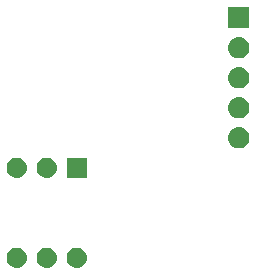
<source format=gbr>
G04 #@! TF.GenerationSoftware,KiCad,Pcbnew,(5.1.4)-1*
G04 #@! TF.CreationDate,2020-01-21T14:20:48+01:00*
G04 #@! TF.ProjectId,proj,70726f6a-2e6b-4696-9361-645f70636258,rev?*
G04 #@! TF.SameCoordinates,Original*
G04 #@! TF.FileFunction,Soldermask,Bot*
G04 #@! TF.FilePolarity,Negative*
%FSLAX46Y46*%
G04 Gerber Fmt 4.6, Leading zero omitted, Abs format (unit mm)*
G04 Created by KiCad (PCBNEW (5.1.4)-1) date 2020-01-21 14:20:48*
%MOMM*%
%LPD*%
G04 APERTURE LIST*
%ADD10C,0.100000*%
G04 APERTURE END LIST*
D10*
G36*
X110402823Y-69773313D02*
G01*
X110563242Y-69821976D01*
X110695906Y-69892886D01*
X110711078Y-69900996D01*
X110840659Y-70007341D01*
X110947004Y-70136922D01*
X110947005Y-70136924D01*
X111026024Y-70284758D01*
X111074687Y-70445177D01*
X111091117Y-70612000D01*
X111074687Y-70778823D01*
X111026024Y-70939242D01*
X110955114Y-71071906D01*
X110947004Y-71087078D01*
X110840659Y-71216659D01*
X110711078Y-71323004D01*
X110711076Y-71323005D01*
X110563242Y-71402024D01*
X110402823Y-71450687D01*
X110277804Y-71463000D01*
X110194196Y-71463000D01*
X110069177Y-71450687D01*
X109908758Y-71402024D01*
X109760924Y-71323005D01*
X109760922Y-71323004D01*
X109631341Y-71216659D01*
X109524996Y-71087078D01*
X109516886Y-71071906D01*
X109445976Y-70939242D01*
X109397313Y-70778823D01*
X109380883Y-70612000D01*
X109397313Y-70445177D01*
X109445976Y-70284758D01*
X109524995Y-70136924D01*
X109524996Y-70136922D01*
X109631341Y-70007341D01*
X109760922Y-69900996D01*
X109776094Y-69892886D01*
X109908758Y-69821976D01*
X110069177Y-69773313D01*
X110194196Y-69761000D01*
X110277804Y-69761000D01*
X110402823Y-69773313D01*
X110402823Y-69773313D01*
G37*
G36*
X107862823Y-69773313D02*
G01*
X108023242Y-69821976D01*
X108155906Y-69892886D01*
X108171078Y-69900996D01*
X108300659Y-70007341D01*
X108407004Y-70136922D01*
X108407005Y-70136924D01*
X108486024Y-70284758D01*
X108534687Y-70445177D01*
X108551117Y-70612000D01*
X108534687Y-70778823D01*
X108486024Y-70939242D01*
X108415114Y-71071906D01*
X108407004Y-71087078D01*
X108300659Y-71216659D01*
X108171078Y-71323004D01*
X108171076Y-71323005D01*
X108023242Y-71402024D01*
X107862823Y-71450687D01*
X107737804Y-71463000D01*
X107654196Y-71463000D01*
X107529177Y-71450687D01*
X107368758Y-71402024D01*
X107220924Y-71323005D01*
X107220922Y-71323004D01*
X107091341Y-71216659D01*
X106984996Y-71087078D01*
X106976886Y-71071906D01*
X106905976Y-70939242D01*
X106857313Y-70778823D01*
X106840883Y-70612000D01*
X106857313Y-70445177D01*
X106905976Y-70284758D01*
X106984995Y-70136924D01*
X106984996Y-70136922D01*
X107091341Y-70007341D01*
X107220922Y-69900996D01*
X107236094Y-69892886D01*
X107368758Y-69821976D01*
X107529177Y-69773313D01*
X107654196Y-69761000D01*
X107737804Y-69761000D01*
X107862823Y-69773313D01*
X107862823Y-69773313D01*
G37*
G36*
X112942823Y-69773313D02*
G01*
X113103242Y-69821976D01*
X113235906Y-69892886D01*
X113251078Y-69900996D01*
X113380659Y-70007341D01*
X113487004Y-70136922D01*
X113487005Y-70136924D01*
X113566024Y-70284758D01*
X113614687Y-70445177D01*
X113631117Y-70612000D01*
X113614687Y-70778823D01*
X113566024Y-70939242D01*
X113495114Y-71071906D01*
X113487004Y-71087078D01*
X113380659Y-71216659D01*
X113251078Y-71323004D01*
X113251076Y-71323005D01*
X113103242Y-71402024D01*
X112942823Y-71450687D01*
X112817804Y-71463000D01*
X112734196Y-71463000D01*
X112609177Y-71450687D01*
X112448758Y-71402024D01*
X112300924Y-71323005D01*
X112300922Y-71323004D01*
X112171341Y-71216659D01*
X112064996Y-71087078D01*
X112056886Y-71071906D01*
X111985976Y-70939242D01*
X111937313Y-70778823D01*
X111920883Y-70612000D01*
X111937313Y-70445177D01*
X111985976Y-70284758D01*
X112064995Y-70136924D01*
X112064996Y-70136922D01*
X112171341Y-70007341D01*
X112300922Y-69900996D01*
X112316094Y-69892886D01*
X112448758Y-69821976D01*
X112609177Y-69773313D01*
X112734196Y-69761000D01*
X112817804Y-69761000D01*
X112942823Y-69773313D01*
X112942823Y-69773313D01*
G37*
G36*
X107862823Y-62153313D02*
G01*
X108023242Y-62201976D01*
X108155906Y-62272886D01*
X108171078Y-62280996D01*
X108300659Y-62387341D01*
X108407004Y-62516922D01*
X108407005Y-62516924D01*
X108486024Y-62664758D01*
X108534687Y-62825177D01*
X108551117Y-62992000D01*
X108534687Y-63158823D01*
X108486024Y-63319242D01*
X108415114Y-63451906D01*
X108407004Y-63467078D01*
X108300659Y-63596659D01*
X108171078Y-63703004D01*
X108171076Y-63703005D01*
X108023242Y-63782024D01*
X107862823Y-63830687D01*
X107737804Y-63843000D01*
X107654196Y-63843000D01*
X107529177Y-63830687D01*
X107368758Y-63782024D01*
X107220924Y-63703005D01*
X107220922Y-63703004D01*
X107091341Y-63596659D01*
X106984996Y-63467078D01*
X106976886Y-63451906D01*
X106905976Y-63319242D01*
X106857313Y-63158823D01*
X106840883Y-62992000D01*
X106857313Y-62825177D01*
X106905976Y-62664758D01*
X106984995Y-62516924D01*
X106984996Y-62516922D01*
X107091341Y-62387341D01*
X107220922Y-62280996D01*
X107236094Y-62272886D01*
X107368758Y-62201976D01*
X107529177Y-62153313D01*
X107654196Y-62141000D01*
X107737804Y-62141000D01*
X107862823Y-62153313D01*
X107862823Y-62153313D01*
G37*
G36*
X113627000Y-63843000D02*
G01*
X111925000Y-63843000D01*
X111925000Y-62141000D01*
X113627000Y-62141000D01*
X113627000Y-63843000D01*
X113627000Y-63843000D01*
G37*
G36*
X110402823Y-62153313D02*
G01*
X110563242Y-62201976D01*
X110695906Y-62272886D01*
X110711078Y-62280996D01*
X110840659Y-62387341D01*
X110947004Y-62516922D01*
X110947005Y-62516924D01*
X111026024Y-62664758D01*
X111074687Y-62825177D01*
X111091117Y-62992000D01*
X111074687Y-63158823D01*
X111026024Y-63319242D01*
X110955114Y-63451906D01*
X110947004Y-63467078D01*
X110840659Y-63596659D01*
X110711078Y-63703004D01*
X110711076Y-63703005D01*
X110563242Y-63782024D01*
X110402823Y-63830687D01*
X110277804Y-63843000D01*
X110194196Y-63843000D01*
X110069177Y-63830687D01*
X109908758Y-63782024D01*
X109760924Y-63703005D01*
X109760922Y-63703004D01*
X109631341Y-63596659D01*
X109524996Y-63467078D01*
X109516886Y-63451906D01*
X109445976Y-63319242D01*
X109397313Y-63158823D01*
X109380883Y-62992000D01*
X109397313Y-62825177D01*
X109445976Y-62664758D01*
X109524995Y-62516924D01*
X109524996Y-62516922D01*
X109631341Y-62387341D01*
X109760922Y-62280996D01*
X109776094Y-62272886D01*
X109908758Y-62201976D01*
X110069177Y-62153313D01*
X110194196Y-62141000D01*
X110277804Y-62141000D01*
X110402823Y-62153313D01*
X110402823Y-62153313D01*
G37*
G36*
X126602443Y-59557519D02*
G01*
X126668627Y-59564037D01*
X126838466Y-59615557D01*
X126994991Y-59699222D01*
X127030729Y-59728552D01*
X127132186Y-59811814D01*
X127215448Y-59913271D01*
X127244778Y-59949009D01*
X127328443Y-60105534D01*
X127379963Y-60275373D01*
X127397359Y-60452000D01*
X127379963Y-60628627D01*
X127328443Y-60798466D01*
X127244778Y-60954991D01*
X127215448Y-60990729D01*
X127132186Y-61092186D01*
X127030729Y-61175448D01*
X126994991Y-61204778D01*
X126838466Y-61288443D01*
X126668627Y-61339963D01*
X126602443Y-61346481D01*
X126536260Y-61353000D01*
X126447740Y-61353000D01*
X126381557Y-61346481D01*
X126315373Y-61339963D01*
X126145534Y-61288443D01*
X125989009Y-61204778D01*
X125953271Y-61175448D01*
X125851814Y-61092186D01*
X125768552Y-60990729D01*
X125739222Y-60954991D01*
X125655557Y-60798466D01*
X125604037Y-60628627D01*
X125586641Y-60452000D01*
X125604037Y-60275373D01*
X125655557Y-60105534D01*
X125739222Y-59949009D01*
X125768552Y-59913271D01*
X125851814Y-59811814D01*
X125953271Y-59728552D01*
X125989009Y-59699222D01*
X126145534Y-59615557D01*
X126315373Y-59564037D01*
X126381557Y-59557519D01*
X126447740Y-59551000D01*
X126536260Y-59551000D01*
X126602443Y-59557519D01*
X126602443Y-59557519D01*
G37*
G36*
X126602442Y-57017518D02*
G01*
X126668627Y-57024037D01*
X126838466Y-57075557D01*
X126994991Y-57159222D01*
X127030729Y-57188552D01*
X127132186Y-57271814D01*
X127215448Y-57373271D01*
X127244778Y-57409009D01*
X127328443Y-57565534D01*
X127379963Y-57735373D01*
X127397359Y-57912000D01*
X127379963Y-58088627D01*
X127328443Y-58258466D01*
X127244778Y-58414991D01*
X127215448Y-58450729D01*
X127132186Y-58552186D01*
X127030729Y-58635448D01*
X126994991Y-58664778D01*
X126838466Y-58748443D01*
X126668627Y-58799963D01*
X126602442Y-58806482D01*
X126536260Y-58813000D01*
X126447740Y-58813000D01*
X126381558Y-58806482D01*
X126315373Y-58799963D01*
X126145534Y-58748443D01*
X125989009Y-58664778D01*
X125953271Y-58635448D01*
X125851814Y-58552186D01*
X125768552Y-58450729D01*
X125739222Y-58414991D01*
X125655557Y-58258466D01*
X125604037Y-58088627D01*
X125586641Y-57912000D01*
X125604037Y-57735373D01*
X125655557Y-57565534D01*
X125739222Y-57409009D01*
X125768552Y-57373271D01*
X125851814Y-57271814D01*
X125953271Y-57188552D01*
X125989009Y-57159222D01*
X126145534Y-57075557D01*
X126315373Y-57024037D01*
X126381558Y-57017518D01*
X126447740Y-57011000D01*
X126536260Y-57011000D01*
X126602442Y-57017518D01*
X126602442Y-57017518D01*
G37*
G36*
X126602443Y-54477519D02*
G01*
X126668627Y-54484037D01*
X126838466Y-54535557D01*
X126994991Y-54619222D01*
X127030729Y-54648552D01*
X127132186Y-54731814D01*
X127215448Y-54833271D01*
X127244778Y-54869009D01*
X127328443Y-55025534D01*
X127379963Y-55195373D01*
X127397359Y-55372000D01*
X127379963Y-55548627D01*
X127328443Y-55718466D01*
X127244778Y-55874991D01*
X127215448Y-55910729D01*
X127132186Y-56012186D01*
X127030729Y-56095448D01*
X126994991Y-56124778D01*
X126838466Y-56208443D01*
X126668627Y-56259963D01*
X126602443Y-56266481D01*
X126536260Y-56273000D01*
X126447740Y-56273000D01*
X126381557Y-56266481D01*
X126315373Y-56259963D01*
X126145534Y-56208443D01*
X125989009Y-56124778D01*
X125953271Y-56095448D01*
X125851814Y-56012186D01*
X125768552Y-55910729D01*
X125739222Y-55874991D01*
X125655557Y-55718466D01*
X125604037Y-55548627D01*
X125586641Y-55372000D01*
X125604037Y-55195373D01*
X125655557Y-55025534D01*
X125739222Y-54869009D01*
X125768552Y-54833271D01*
X125851814Y-54731814D01*
X125953271Y-54648552D01*
X125989009Y-54619222D01*
X126145534Y-54535557D01*
X126315373Y-54484037D01*
X126381557Y-54477519D01*
X126447740Y-54471000D01*
X126536260Y-54471000D01*
X126602443Y-54477519D01*
X126602443Y-54477519D01*
G37*
G36*
X126602443Y-51937519D02*
G01*
X126668627Y-51944037D01*
X126838466Y-51995557D01*
X126994991Y-52079222D01*
X127030729Y-52108552D01*
X127132186Y-52191814D01*
X127215448Y-52293271D01*
X127244778Y-52329009D01*
X127328443Y-52485534D01*
X127379963Y-52655373D01*
X127397359Y-52832000D01*
X127379963Y-53008627D01*
X127328443Y-53178466D01*
X127244778Y-53334991D01*
X127215448Y-53370729D01*
X127132186Y-53472186D01*
X127030729Y-53555448D01*
X126994991Y-53584778D01*
X126838466Y-53668443D01*
X126668627Y-53719963D01*
X126602443Y-53726481D01*
X126536260Y-53733000D01*
X126447740Y-53733000D01*
X126381557Y-53726481D01*
X126315373Y-53719963D01*
X126145534Y-53668443D01*
X125989009Y-53584778D01*
X125953271Y-53555448D01*
X125851814Y-53472186D01*
X125768552Y-53370729D01*
X125739222Y-53334991D01*
X125655557Y-53178466D01*
X125604037Y-53008627D01*
X125586641Y-52832000D01*
X125604037Y-52655373D01*
X125655557Y-52485534D01*
X125739222Y-52329009D01*
X125768552Y-52293271D01*
X125851814Y-52191814D01*
X125953271Y-52108552D01*
X125989009Y-52079222D01*
X126145534Y-51995557D01*
X126315373Y-51944037D01*
X126381557Y-51937519D01*
X126447740Y-51931000D01*
X126536260Y-51931000D01*
X126602443Y-51937519D01*
X126602443Y-51937519D01*
G37*
G36*
X127393000Y-51193000D02*
G01*
X125591000Y-51193000D01*
X125591000Y-49391000D01*
X127393000Y-49391000D01*
X127393000Y-51193000D01*
X127393000Y-51193000D01*
G37*
M02*

</source>
